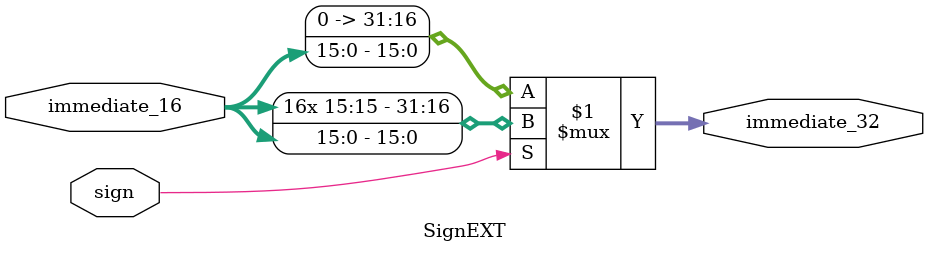
<source format=v>
`timescale 1ns / 1ps

module SignEXT(
    input sign,
    input [15:0] immediate_16,
    output [31:0] immediate_32
    );
	 
	assign immediate_32 = sign ? {{16{immediate_16[15]}}, immediate_16} : {16'b0, immediate_16};

endmodule
</source>
